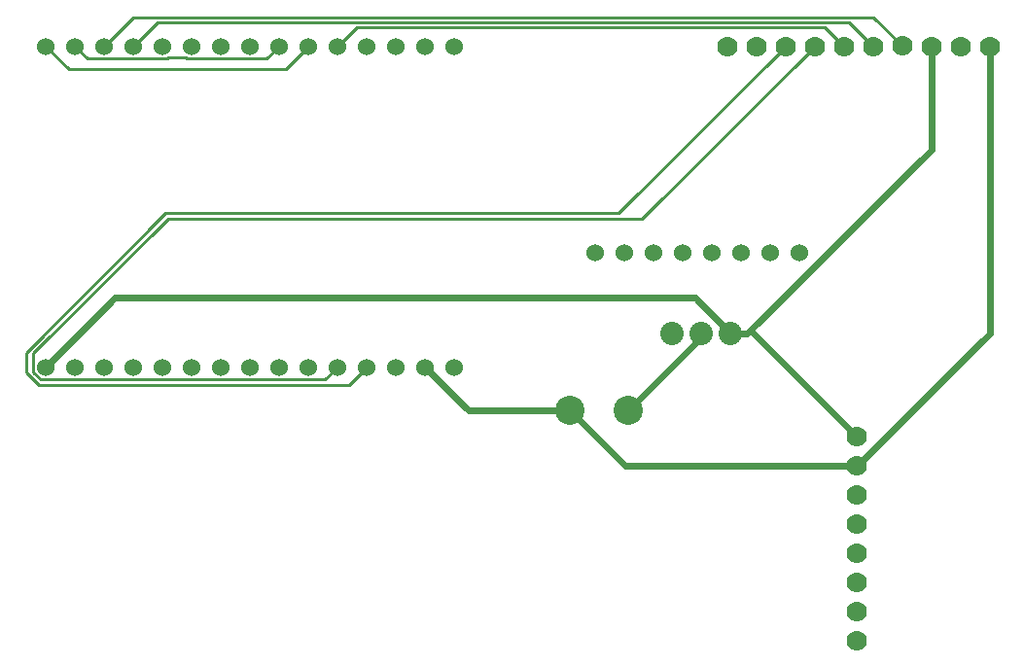
<source format=gbr>
%TF.GenerationSoftware,KiCad,Pcbnew,7.0.5*%
%TF.CreationDate,2023-07-05T14:29:17+01:00*%
%TF.ProjectId,rat,7261742e-6b69-4636-9164-5f7063625858,rev?*%
%TF.SameCoordinates,Original*%
%TF.FileFunction,Copper,L2,Bot*%
%TF.FilePolarity,Positive*%
%FSLAX46Y46*%
G04 Gerber Fmt 4.6, Leading zero omitted, Abs format (unit mm)*
G04 Created by KiCad (PCBNEW 7.0.5) date 2023-07-05 14:29:17*
%MOMM*%
%LPD*%
G01*
G04 APERTURE LIST*
%TA.AperFunction,ComponentPad*%
%ADD10C,1.778000*%
%TD*%
%TA.AperFunction,ComponentPad*%
%ADD11C,1.524000*%
%TD*%
%TA.AperFunction,ComponentPad*%
%ADD12C,2.540000*%
%TD*%
%TA.AperFunction,ComponentPad*%
%ADD13C,2.032000*%
%TD*%
%TA.AperFunction,Conductor*%
%ADD14C,0.250000*%
%TD*%
%TA.AperFunction,Conductor*%
%ADD15C,0.600000*%
%TD*%
G04 APERTURE END LIST*
D10*
%TO.P,HBridge1,8,ENB*%
%TO.N,Net-(HBridge1-ENB)*%
X229000000Y-77780000D03*
%TO.P,HBridge1,7,IN4*%
%TO.N,Net-(HBridge1-IN4)*%
X229000000Y-75240000D03*
%TO.P,HBridge1,6,IN3*%
%TO.N,Net-(HBridge1-IN3)*%
X229000000Y-72700000D03*
%TO.P,HBridge1,5,IN2*%
%TO.N,Net-(HBridge1-IN2)*%
X229000000Y-70160000D03*
%TO.P,HBridge1,4,IN1*%
%TO.N,Net-(HBridge1-IN1)*%
X229000000Y-67620000D03*
%TO.P,HBridge1,3,ENA*%
%TO.N,Net-(HBridge1-ENA)*%
X229000000Y-65080000D03*
%TO.P,HBridge1,2,GND*%
%TO.N,Net-(Battery1-GND)*%
X229000000Y-62540000D03*
%TO.P,HBridge1,1,Vin*%
%TO.N,Net-(Connector1-Vin)*%
X229000000Y-60000000D03*
%TD*%
D11*
%TO.P,MCU1,1,ADC0*%
%TO.N,unconnected-(MCU1-ADC0-Pad1)*%
X193940000Y-53940000D03*
%TO.P,MCU1,2,GND*%
%TO.N,Net-(Battery1-GND)*%
X191400000Y-53940000D03*
%TO.P,MCU1,3*%
%TO.N,N/C*%
X188860000Y-53940000D03*
%TO.P,MCU1,4,GPIO10*%
%TO.N,Net-(Connector1-GPO10)*%
X186320000Y-53940000D03*
%TO.P,MCU1,5,GPIO9*%
%TO.N,Net-(Connector1-GPIO9)*%
X183780000Y-53940000D03*
%TO.P,MCU1,6,MOSI*%
%TO.N,unconnected-(MCU1-MOSI-Pad6)*%
X181240000Y-53940000D03*
%TO.P,MCU1,7,CS*%
%TO.N,unconnected-(MCU1-CS-Pad7)*%
X178700000Y-53940000D03*
%TO.P,MCU1,8,MISO*%
%TO.N,unconnected-(MCU1-MISO-Pad8)*%
X176160000Y-53940000D03*
%TO.P,MCU1,9,SCLK*%
%TO.N,unconnected-(MCU1-SCLK-Pad9)*%
X173620000Y-53940000D03*
%TO.P,MCU1,10,GND*%
%TO.N,Net-(Battery1-GND)*%
X171080000Y-53940000D03*
%TO.P,MCU1,11,3V*%
%TO.N,Net-(Connector1-3V)*%
X168540000Y-53940000D03*
%TO.P,MCU1,12,EN*%
%TO.N,unconnected-(MCU1-EN-Pad12)*%
X166000000Y-53940000D03*
%TO.P,MCU1,13,RST*%
%TO.N,unconnected-(MCU1-RST-Pad13)*%
X163460000Y-53940000D03*
%TO.P,MCU1,14,GND*%
%TO.N,Net-(Battery1-GND)*%
X160920000Y-53940000D03*
%TO.P,MCU1,15,Vin*%
%TO.N,Net-(Connector1-Vin)*%
X158380000Y-53940000D03*
%TO.P,MCU1,16,GPIO16*%
%TO.N,Net-(HBridge1-IN1)*%
X193940000Y-26000000D03*
%TO.P,MCU1,17,GPIO5*%
%TO.N,Net-(HBridge1-IN2)*%
X191400000Y-26000000D03*
%TO.P,MCU1,18,GPIO4*%
%TO.N,Net-(HBridge1-IN3)*%
X188860000Y-26000000D03*
%TO.P,MCU1,19,GPIO0*%
%TO.N,Net-(HBridge1-IN4)*%
X186320000Y-26000000D03*
%TO.P,MCU1,20,GPIO2*%
%TO.N,Net-(Connector1-GPIO2)*%
X183780000Y-26000000D03*
%TO.P,MCU1,21,3V*%
%TO.N,Net-(Connector1-3V)*%
X181240000Y-26000000D03*
%TO.P,MCU1,22,GND*%
%TO.N,Net-(Battery1-GND)*%
X178700000Y-26000000D03*
%TO.P,MCU1,23,GPIO14*%
%TO.N,Net-(Connector1-SCL)*%
X176160000Y-26000000D03*
%TO.P,MCU1,24,GPIO12*%
%TO.N,Net-(Connector1-SDA)*%
X173620000Y-26000000D03*
%TO.P,MCU1,25,GPIO13*%
%TO.N,Net-(HBridge1-ENA)*%
X171080000Y-26000000D03*
%TO.P,MCU1,26,GPIO15*%
%TO.N,Net-(HBridge1-ENB)*%
X168540000Y-26000000D03*
%TO.P,MCU1,27,GPIO3*%
%TO.N,Net-(Connector1-GPIO3)*%
X166000000Y-26000000D03*
%TO.P,MCU1,28,GPIO1*%
%TO.N,Net-(Connector1-GPIO1)*%
X163460000Y-26000000D03*
%TO.P,MCU1,29,GND*%
%TO.N,Net-(Battery1-GND)*%
X160920000Y-26000000D03*
%TO.P,MCU1,30,3V*%
%TO.N,Net-(Connector1-3V)*%
X158380000Y-26000000D03*
%TD*%
D12*
%TO.P,Battery1,1,Vin*%
%TO.N,Net-(Battery1-Vin)*%
X209080000Y-57740000D03*
%TO.P,Battery1,2,GND*%
%TO.N,Net-(Battery1-GND)*%
X204000000Y-57740000D03*
%TD*%
D13*
%TO.P,Switch1,3,Output2*%
%TO.N,unconnected-(Switch1-Output2-Pad3)*%
X212920000Y-51000000D03*
%TO.P,Switch1,2,Common*%
%TO.N,Net-(Battery1-Vin)*%
X215460000Y-51000000D03*
%TO.P,Switch1,1,Output1*%
%TO.N,Net-(Connector1-Vin)*%
X218000000Y-51000000D03*
%TD*%
D11*
%TO.P,IMU1,8,VCC*%
%TO.N,Net-(Connector1-3V)*%
X224000000Y-44000000D03*
%TO.P,IMU1,7,GND*%
%TO.N,Net-(Battery1-GND)*%
X221460000Y-44000000D03*
%TO.P,IMU1,6,SCL*%
%TO.N,Net-(Connector1-SCL)*%
X218920000Y-44000000D03*
%TO.P,IMU1,5,SDA*%
%TO.N,Net-(Connector1-SDA)*%
X216380000Y-44000000D03*
%TO.P,IMU1,4,XDA*%
%TO.N,unconnected-(IMU1-XDA-Pad4)*%
X213840000Y-44000000D03*
%TO.P,IMU1,3,XCL*%
%TO.N,unconnected-(IMU1-XCL-Pad3)*%
X211300000Y-44000000D03*
%TO.P,IMU1,2,ADC*%
%TO.N,unconnected-(IMU1-ADC-Pad2)*%
X208760000Y-44000000D03*
%TO.P,IMU1,1,INT*%
%TO.N,unconnected-(IMU1-INT-Pad1)*%
X206220000Y-44000000D03*
%TD*%
D10*
%TO.P,Connector1,10,GND*%
%TO.N,Net-(Battery1-GND)*%
X240540000Y-26000000D03*
%TO.P,Connector1,9,3V*%
%TO.N,Net-(Connector1-3V)*%
X238000000Y-26000000D03*
%TO.P,Connector1,8,Vin*%
%TO.N,Net-(Connector1-Vin)*%
X235460000Y-26000000D03*
%TO.P,Connector1,7,GPIO1*%
%TO.N,Net-(Connector1-GPIO1)*%
X232920000Y-25976785D03*
%TO.P,Connector1,6,GPIO3*%
%TO.N,Net-(Connector1-GPIO3)*%
X230380000Y-26000000D03*
%TO.P,Connector1,5,GPIO2*%
%TO.N,Net-(Connector1-GPIO2)*%
X227840000Y-26000000D03*
%TO.P,Connector1,4,GPIO9*%
%TO.N,Net-(Connector1-GPIO9)*%
X225300000Y-26000000D03*
%TO.P,Connector1,3,GPO10*%
%TO.N,Net-(Connector1-GPO10)*%
X222760000Y-26000000D03*
%TO.P,Connector1,2,SDA*%
%TO.N,Net-(Connector1-SDA)*%
X220220000Y-26000000D03*
%TO.P,Connector1,1,SCL*%
%TO.N,Net-(Connector1-SCL)*%
X217680000Y-26000000D03*
%TD*%
D14*
%TO.N,Net-(Battery1-GND)*%
X162007000Y-27087000D02*
X160920000Y-26000000D01*
X169077251Y-27000000D02*
X168990251Y-27087000D01*
X168990251Y-27087000D02*
X162007000Y-27087000D01*
X170542749Y-27000000D02*
X169077251Y-27000000D01*
X170629749Y-27087000D02*
X170542749Y-27000000D01*
X177613000Y-27087000D02*
X170629749Y-27087000D01*
X178700000Y-26000000D02*
X177613000Y-27087000D01*
%TO.N,Net-(Connector1-3V)*%
X179240000Y-28000000D02*
X181240000Y-26000000D01*
X160380000Y-28000000D02*
X179240000Y-28000000D01*
X158380000Y-26000000D02*
X160380000Y-28000000D01*
%TO.N,Net-(Connector1-GPIO9)*%
X157929749Y-55027000D02*
X182693000Y-55027000D01*
X157293000Y-54390251D02*
X157929749Y-55027000D01*
X169000000Y-41000000D02*
X157293000Y-52707000D01*
X210300000Y-41000000D02*
X169000000Y-41000000D01*
X225300000Y-26000000D02*
X210300000Y-41000000D01*
X157293000Y-52707000D02*
X157293000Y-54390251D01*
X182693000Y-55027000D02*
X183780000Y-53940000D01*
%TO.N,Net-(Connector1-GPO10)*%
X184783000Y-55477000D02*
X186320000Y-53940000D01*
X156636396Y-52727208D02*
X156636396Y-54370043D01*
X156636396Y-54370043D02*
X157743353Y-55477000D01*
X168813604Y-40550000D02*
X156636396Y-52727208D01*
X157743353Y-55477000D02*
X184783000Y-55477000D01*
X208210000Y-40550000D02*
X168813604Y-40550000D01*
X222760000Y-26000000D02*
X208210000Y-40550000D01*
%TO.N,Net-(Connector1-GPIO1)*%
X166005000Y-23455000D02*
X163460000Y-26000000D01*
X230398215Y-23455000D02*
X166005000Y-23455000D01*
X232920000Y-25976785D02*
X230398215Y-23455000D01*
%TO.N,Net-(Connector1-GPIO3)*%
X168095000Y-23905000D02*
X166000000Y-26000000D01*
X228285000Y-23905000D02*
X168095000Y-23905000D01*
X230380000Y-26000000D02*
X228285000Y-23905000D01*
%TO.N,Net-(Connector1-GPIO2)*%
X185425000Y-24355000D02*
X183780000Y-26000000D01*
X227840000Y-26000000D02*
X226195000Y-24355000D01*
X226195000Y-24355000D02*
X185425000Y-24355000D01*
D15*
%TO.N,Net-(Battery1-GND)*%
X240540000Y-51000000D02*
X240540000Y-26000000D01*
X229000000Y-62540000D02*
X240540000Y-51000000D01*
X195200000Y-57740000D02*
X191400000Y-53940000D01*
X204000000Y-57740000D02*
X195200000Y-57740000D01*
X208800000Y-62540000D02*
X229000000Y-62540000D01*
X204000000Y-57740000D02*
X208800000Y-62540000D01*
%TO.N,Net-(Connector1-Vin)*%
X235460000Y-34976840D02*
X235460000Y-26000000D01*
X218000000Y-51000000D02*
X219436840Y-51000000D01*
X219436840Y-51000000D02*
X235460000Y-34976840D01*
X220000000Y-51000000D02*
X229000000Y-60000000D01*
D14*
X218000000Y-51000000D02*
X220000000Y-51000000D01*
D15*
X214915671Y-47915671D02*
X164404329Y-47915671D01*
X218000000Y-51000000D02*
X214915671Y-47915671D01*
X164404329Y-47915671D02*
X158380000Y-53940000D01*
D14*
%TO.N,Net-(Battery1-Vin)*%
X215460000Y-51360000D02*
X215460000Y-51000000D01*
D15*
X209080000Y-57740000D02*
X215460000Y-51360000D01*
%TD*%
M02*

</source>
